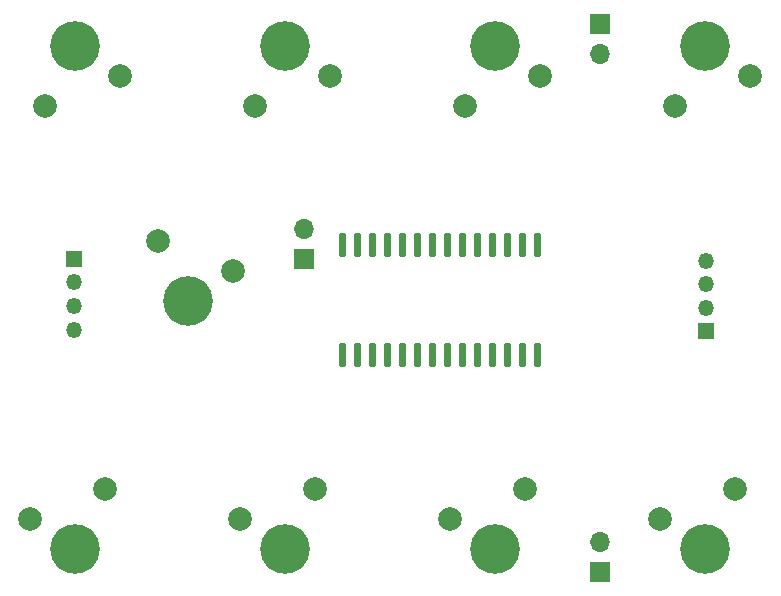
<source format=gbs>
G04 #@! TF.GenerationSoftware,KiCad,Pcbnew,(5.1.8)-1*
G04 #@! TF.CreationDate,2021-12-03T11:16:53+09:00*
G04 #@! TF.ProjectId,windsynth,77696e64-7379-46e7-9468-2e6b69636164,rev?*
G04 #@! TF.SameCoordinates,Original*
G04 #@! TF.FileFunction,Soldermask,Bot*
G04 #@! TF.FilePolarity,Negative*
%FSLAX46Y46*%
G04 Gerber Fmt 4.6, Leading zero omitted, Abs format (unit mm)*
G04 Created by KiCad (PCBNEW (5.1.8)-1) date 2021-12-03 11:16:53*
%MOMM*%
%LPD*%
G01*
G04 APERTURE LIST*
%ADD10R,1.350000X1.350000*%
%ADD11O,1.350000X1.350000*%
%ADD12C,4.200000*%
%ADD13C,2.000000*%
%ADD14R,1.700000X1.700000*%
%ADD15O,1.700000X1.700000*%
G04 APERTURE END LIST*
D10*
G04 #@! TO.C,I2C*
X188000000Y-97155000D03*
D11*
X188000000Y-95155000D03*
X188000000Y-93155000D03*
X188000000Y-91155000D03*
G04 #@! TD*
G04 #@! TO.C,I2C*
X134500000Y-97000000D03*
X134500000Y-95000000D03*
X134500000Y-93000000D03*
D10*
X134500000Y-91000000D03*
G04 #@! TD*
D12*
G04 #@! TO.C,KeyLowC*
X187960000Y-115570000D03*
D13*
X190500000Y-110490000D03*
X184150000Y-113030000D03*
G04 #@! TD*
D14*
G04 #@! TO.C,KeyEb*
X179000000Y-117500000D03*
D15*
X179000000Y-114960000D03*
G04 #@! TD*
D12*
G04 #@! TO.C,KeyD*
X170180000Y-115570000D03*
D13*
X172720000Y-110490000D03*
X166370000Y-113030000D03*
G04 #@! TD*
D12*
G04 #@! TO.C,KeyE*
X152400000Y-115570000D03*
D13*
X154940000Y-110490000D03*
X148590000Y-113030000D03*
G04 #@! TD*
G04 #@! TO.C,KeyF*
X130810000Y-113030000D03*
X137160000Y-110490000D03*
D12*
X134620000Y-115570000D03*
G04 #@! TD*
G04 #@! TO.C,KeyLowCs*
X187960000Y-73025000D03*
D13*
X185420000Y-78105000D03*
X191770000Y-75565000D03*
G04 #@! TD*
D15*
G04 #@! TO.C,KeyGs*
X179070000Y-73660000D03*
D14*
X179070000Y-71120000D03*
G04 #@! TD*
D13*
G04 #@! TO.C,KeyG*
X173990000Y-75565000D03*
X167640000Y-78105000D03*
D12*
X170180000Y-73025000D03*
G04 #@! TD*
G04 #@! TO.C,KeyA*
X152400000Y-73025000D03*
D13*
X149860000Y-78105000D03*
X156210000Y-75565000D03*
G04 #@! TD*
G04 #@! TO.C,KeyB*
X138430000Y-75565000D03*
X132080000Y-78105000D03*
D12*
X134620000Y-73025000D03*
G04 #@! TD*
D14*
G04 #@! TO.C,KeyDown*
X154000000Y-91000000D03*
D15*
X154000000Y-88460000D03*
G04 #@! TD*
D13*
G04 #@! TO.C,KeyUp*
X147955000Y-92075000D03*
X141605000Y-89535000D03*
D12*
X144145000Y-94615000D03*
G04 #@! TD*
G04 #@! TO.C,MCP23017*
G36*
G01*
X157095000Y-88825000D02*
X157395000Y-88825000D01*
G75*
G02*
X157545000Y-88975000I0J-150000D01*
G01*
X157545000Y-90725000D01*
G75*
G02*
X157395000Y-90875000I-150000J0D01*
G01*
X157095000Y-90875000D01*
G75*
G02*
X156945000Y-90725000I0J150000D01*
G01*
X156945000Y-88975000D01*
G75*
G02*
X157095000Y-88825000I150000J0D01*
G01*
G37*
G36*
G01*
X158365000Y-88825000D02*
X158665000Y-88825000D01*
G75*
G02*
X158815000Y-88975000I0J-150000D01*
G01*
X158815000Y-90725000D01*
G75*
G02*
X158665000Y-90875000I-150000J0D01*
G01*
X158365000Y-90875000D01*
G75*
G02*
X158215000Y-90725000I0J150000D01*
G01*
X158215000Y-88975000D01*
G75*
G02*
X158365000Y-88825000I150000J0D01*
G01*
G37*
G36*
G01*
X159635000Y-88825000D02*
X159935000Y-88825000D01*
G75*
G02*
X160085000Y-88975000I0J-150000D01*
G01*
X160085000Y-90725000D01*
G75*
G02*
X159935000Y-90875000I-150000J0D01*
G01*
X159635000Y-90875000D01*
G75*
G02*
X159485000Y-90725000I0J150000D01*
G01*
X159485000Y-88975000D01*
G75*
G02*
X159635000Y-88825000I150000J0D01*
G01*
G37*
G36*
G01*
X160905000Y-88825000D02*
X161205000Y-88825000D01*
G75*
G02*
X161355000Y-88975000I0J-150000D01*
G01*
X161355000Y-90725000D01*
G75*
G02*
X161205000Y-90875000I-150000J0D01*
G01*
X160905000Y-90875000D01*
G75*
G02*
X160755000Y-90725000I0J150000D01*
G01*
X160755000Y-88975000D01*
G75*
G02*
X160905000Y-88825000I150000J0D01*
G01*
G37*
G36*
G01*
X162175000Y-88825000D02*
X162475000Y-88825000D01*
G75*
G02*
X162625000Y-88975000I0J-150000D01*
G01*
X162625000Y-90725000D01*
G75*
G02*
X162475000Y-90875000I-150000J0D01*
G01*
X162175000Y-90875000D01*
G75*
G02*
X162025000Y-90725000I0J150000D01*
G01*
X162025000Y-88975000D01*
G75*
G02*
X162175000Y-88825000I150000J0D01*
G01*
G37*
G36*
G01*
X163445000Y-88825000D02*
X163745000Y-88825000D01*
G75*
G02*
X163895000Y-88975000I0J-150000D01*
G01*
X163895000Y-90725000D01*
G75*
G02*
X163745000Y-90875000I-150000J0D01*
G01*
X163445000Y-90875000D01*
G75*
G02*
X163295000Y-90725000I0J150000D01*
G01*
X163295000Y-88975000D01*
G75*
G02*
X163445000Y-88825000I150000J0D01*
G01*
G37*
G36*
G01*
X164715000Y-88825000D02*
X165015000Y-88825000D01*
G75*
G02*
X165165000Y-88975000I0J-150000D01*
G01*
X165165000Y-90725000D01*
G75*
G02*
X165015000Y-90875000I-150000J0D01*
G01*
X164715000Y-90875000D01*
G75*
G02*
X164565000Y-90725000I0J150000D01*
G01*
X164565000Y-88975000D01*
G75*
G02*
X164715000Y-88825000I150000J0D01*
G01*
G37*
G36*
G01*
X165985000Y-88825000D02*
X166285000Y-88825000D01*
G75*
G02*
X166435000Y-88975000I0J-150000D01*
G01*
X166435000Y-90725000D01*
G75*
G02*
X166285000Y-90875000I-150000J0D01*
G01*
X165985000Y-90875000D01*
G75*
G02*
X165835000Y-90725000I0J150000D01*
G01*
X165835000Y-88975000D01*
G75*
G02*
X165985000Y-88825000I150000J0D01*
G01*
G37*
G36*
G01*
X167255000Y-88825000D02*
X167555000Y-88825000D01*
G75*
G02*
X167705000Y-88975000I0J-150000D01*
G01*
X167705000Y-90725000D01*
G75*
G02*
X167555000Y-90875000I-150000J0D01*
G01*
X167255000Y-90875000D01*
G75*
G02*
X167105000Y-90725000I0J150000D01*
G01*
X167105000Y-88975000D01*
G75*
G02*
X167255000Y-88825000I150000J0D01*
G01*
G37*
G36*
G01*
X168525000Y-88825000D02*
X168825000Y-88825000D01*
G75*
G02*
X168975000Y-88975000I0J-150000D01*
G01*
X168975000Y-90725000D01*
G75*
G02*
X168825000Y-90875000I-150000J0D01*
G01*
X168525000Y-90875000D01*
G75*
G02*
X168375000Y-90725000I0J150000D01*
G01*
X168375000Y-88975000D01*
G75*
G02*
X168525000Y-88825000I150000J0D01*
G01*
G37*
G36*
G01*
X169795000Y-88825000D02*
X170095000Y-88825000D01*
G75*
G02*
X170245000Y-88975000I0J-150000D01*
G01*
X170245000Y-90725000D01*
G75*
G02*
X170095000Y-90875000I-150000J0D01*
G01*
X169795000Y-90875000D01*
G75*
G02*
X169645000Y-90725000I0J150000D01*
G01*
X169645000Y-88975000D01*
G75*
G02*
X169795000Y-88825000I150000J0D01*
G01*
G37*
G36*
G01*
X171065000Y-88825000D02*
X171365000Y-88825000D01*
G75*
G02*
X171515000Y-88975000I0J-150000D01*
G01*
X171515000Y-90725000D01*
G75*
G02*
X171365000Y-90875000I-150000J0D01*
G01*
X171065000Y-90875000D01*
G75*
G02*
X170915000Y-90725000I0J150000D01*
G01*
X170915000Y-88975000D01*
G75*
G02*
X171065000Y-88825000I150000J0D01*
G01*
G37*
G36*
G01*
X172335000Y-88825000D02*
X172635000Y-88825000D01*
G75*
G02*
X172785000Y-88975000I0J-150000D01*
G01*
X172785000Y-90725000D01*
G75*
G02*
X172635000Y-90875000I-150000J0D01*
G01*
X172335000Y-90875000D01*
G75*
G02*
X172185000Y-90725000I0J150000D01*
G01*
X172185000Y-88975000D01*
G75*
G02*
X172335000Y-88825000I150000J0D01*
G01*
G37*
G36*
G01*
X173605000Y-88825000D02*
X173905000Y-88825000D01*
G75*
G02*
X174055000Y-88975000I0J-150000D01*
G01*
X174055000Y-90725000D01*
G75*
G02*
X173905000Y-90875000I-150000J0D01*
G01*
X173605000Y-90875000D01*
G75*
G02*
X173455000Y-90725000I0J150000D01*
G01*
X173455000Y-88975000D01*
G75*
G02*
X173605000Y-88825000I150000J0D01*
G01*
G37*
G36*
G01*
X173605000Y-98125000D02*
X173905000Y-98125000D01*
G75*
G02*
X174055000Y-98275000I0J-150000D01*
G01*
X174055000Y-100025000D01*
G75*
G02*
X173905000Y-100175000I-150000J0D01*
G01*
X173605000Y-100175000D01*
G75*
G02*
X173455000Y-100025000I0J150000D01*
G01*
X173455000Y-98275000D01*
G75*
G02*
X173605000Y-98125000I150000J0D01*
G01*
G37*
G36*
G01*
X172335000Y-98125000D02*
X172635000Y-98125000D01*
G75*
G02*
X172785000Y-98275000I0J-150000D01*
G01*
X172785000Y-100025000D01*
G75*
G02*
X172635000Y-100175000I-150000J0D01*
G01*
X172335000Y-100175000D01*
G75*
G02*
X172185000Y-100025000I0J150000D01*
G01*
X172185000Y-98275000D01*
G75*
G02*
X172335000Y-98125000I150000J0D01*
G01*
G37*
G36*
G01*
X171065000Y-98125000D02*
X171365000Y-98125000D01*
G75*
G02*
X171515000Y-98275000I0J-150000D01*
G01*
X171515000Y-100025000D01*
G75*
G02*
X171365000Y-100175000I-150000J0D01*
G01*
X171065000Y-100175000D01*
G75*
G02*
X170915000Y-100025000I0J150000D01*
G01*
X170915000Y-98275000D01*
G75*
G02*
X171065000Y-98125000I150000J0D01*
G01*
G37*
G36*
G01*
X169795000Y-98125000D02*
X170095000Y-98125000D01*
G75*
G02*
X170245000Y-98275000I0J-150000D01*
G01*
X170245000Y-100025000D01*
G75*
G02*
X170095000Y-100175000I-150000J0D01*
G01*
X169795000Y-100175000D01*
G75*
G02*
X169645000Y-100025000I0J150000D01*
G01*
X169645000Y-98275000D01*
G75*
G02*
X169795000Y-98125000I150000J0D01*
G01*
G37*
G36*
G01*
X168525000Y-98125000D02*
X168825000Y-98125000D01*
G75*
G02*
X168975000Y-98275000I0J-150000D01*
G01*
X168975000Y-100025000D01*
G75*
G02*
X168825000Y-100175000I-150000J0D01*
G01*
X168525000Y-100175000D01*
G75*
G02*
X168375000Y-100025000I0J150000D01*
G01*
X168375000Y-98275000D01*
G75*
G02*
X168525000Y-98125000I150000J0D01*
G01*
G37*
G36*
G01*
X167255000Y-98125000D02*
X167555000Y-98125000D01*
G75*
G02*
X167705000Y-98275000I0J-150000D01*
G01*
X167705000Y-100025000D01*
G75*
G02*
X167555000Y-100175000I-150000J0D01*
G01*
X167255000Y-100175000D01*
G75*
G02*
X167105000Y-100025000I0J150000D01*
G01*
X167105000Y-98275000D01*
G75*
G02*
X167255000Y-98125000I150000J0D01*
G01*
G37*
G36*
G01*
X165985000Y-98125000D02*
X166285000Y-98125000D01*
G75*
G02*
X166435000Y-98275000I0J-150000D01*
G01*
X166435000Y-100025000D01*
G75*
G02*
X166285000Y-100175000I-150000J0D01*
G01*
X165985000Y-100175000D01*
G75*
G02*
X165835000Y-100025000I0J150000D01*
G01*
X165835000Y-98275000D01*
G75*
G02*
X165985000Y-98125000I150000J0D01*
G01*
G37*
G36*
G01*
X164715000Y-98125000D02*
X165015000Y-98125000D01*
G75*
G02*
X165165000Y-98275000I0J-150000D01*
G01*
X165165000Y-100025000D01*
G75*
G02*
X165015000Y-100175000I-150000J0D01*
G01*
X164715000Y-100175000D01*
G75*
G02*
X164565000Y-100025000I0J150000D01*
G01*
X164565000Y-98275000D01*
G75*
G02*
X164715000Y-98125000I150000J0D01*
G01*
G37*
G36*
G01*
X163445000Y-98125000D02*
X163745000Y-98125000D01*
G75*
G02*
X163895000Y-98275000I0J-150000D01*
G01*
X163895000Y-100025000D01*
G75*
G02*
X163745000Y-100175000I-150000J0D01*
G01*
X163445000Y-100175000D01*
G75*
G02*
X163295000Y-100025000I0J150000D01*
G01*
X163295000Y-98275000D01*
G75*
G02*
X163445000Y-98125000I150000J0D01*
G01*
G37*
G36*
G01*
X162175000Y-98125000D02*
X162475000Y-98125000D01*
G75*
G02*
X162625000Y-98275000I0J-150000D01*
G01*
X162625000Y-100025000D01*
G75*
G02*
X162475000Y-100175000I-150000J0D01*
G01*
X162175000Y-100175000D01*
G75*
G02*
X162025000Y-100025000I0J150000D01*
G01*
X162025000Y-98275000D01*
G75*
G02*
X162175000Y-98125000I150000J0D01*
G01*
G37*
G36*
G01*
X160905000Y-98125000D02*
X161205000Y-98125000D01*
G75*
G02*
X161355000Y-98275000I0J-150000D01*
G01*
X161355000Y-100025000D01*
G75*
G02*
X161205000Y-100175000I-150000J0D01*
G01*
X160905000Y-100175000D01*
G75*
G02*
X160755000Y-100025000I0J150000D01*
G01*
X160755000Y-98275000D01*
G75*
G02*
X160905000Y-98125000I150000J0D01*
G01*
G37*
G36*
G01*
X159635000Y-98125000D02*
X159935000Y-98125000D01*
G75*
G02*
X160085000Y-98275000I0J-150000D01*
G01*
X160085000Y-100025000D01*
G75*
G02*
X159935000Y-100175000I-150000J0D01*
G01*
X159635000Y-100175000D01*
G75*
G02*
X159485000Y-100025000I0J150000D01*
G01*
X159485000Y-98275000D01*
G75*
G02*
X159635000Y-98125000I150000J0D01*
G01*
G37*
G36*
G01*
X158365000Y-98125000D02*
X158665000Y-98125000D01*
G75*
G02*
X158815000Y-98275000I0J-150000D01*
G01*
X158815000Y-100025000D01*
G75*
G02*
X158665000Y-100175000I-150000J0D01*
G01*
X158365000Y-100175000D01*
G75*
G02*
X158215000Y-100025000I0J150000D01*
G01*
X158215000Y-98275000D01*
G75*
G02*
X158365000Y-98125000I150000J0D01*
G01*
G37*
G36*
G01*
X157095000Y-98125000D02*
X157395000Y-98125000D01*
G75*
G02*
X157545000Y-98275000I0J-150000D01*
G01*
X157545000Y-100025000D01*
G75*
G02*
X157395000Y-100175000I-150000J0D01*
G01*
X157095000Y-100175000D01*
G75*
G02*
X156945000Y-100025000I0J150000D01*
G01*
X156945000Y-98275000D01*
G75*
G02*
X157095000Y-98125000I150000J0D01*
G01*
G37*
G04 #@! TD*
M02*

</source>
